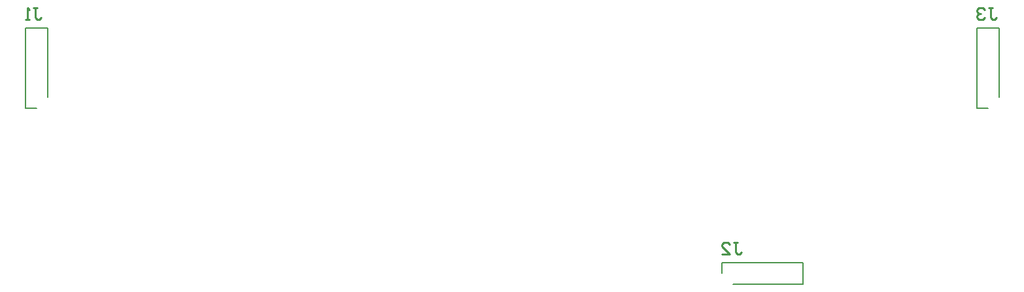
<source format=gbo>
G04*
G04 #@! TF.GenerationSoftware,Altium Limited,Altium Designer,25.2.1 (25)*
G04*
G04 Layer_Color=32896*
%FSLAX25Y25*%
%MOIN*%
G70*
G04*
G04 #@! TF.SameCoordinates,C1108634-7D56-49FF-B426-694D52BA22A1*
G04*
G04*
G04 #@! TF.FilePolarity,Positive*
G04*
G01*
G75*
%ADD10C,0.01000*%
%ADD11C,0.00787*%
D10*
X495301Y145698D02*
X497301D01*
X496301D01*
Y140700D01*
X497301Y139700D01*
X498300D01*
X499300Y140700D01*
X493302Y144698D02*
X492302Y145698D01*
X490303D01*
X489303Y144698D01*
Y143699D01*
X490303Y142699D01*
X491303D01*
X490303D01*
X489303Y141699D01*
Y140700D01*
X490303Y139700D01*
X492302D01*
X493302Y140700D01*
X365301Y25698D02*
X367301D01*
X366301D01*
Y20700D01*
X367301Y19700D01*
X368300D01*
X369300Y20700D01*
X359303Y19700D02*
X363302D01*
X359303Y23699D01*
Y24698D01*
X360303Y25698D01*
X362302D01*
X363302Y24698D01*
X8301Y145698D02*
X10301D01*
X9301D01*
Y140700D01*
X10301Y139700D01*
X11300D01*
X12300Y140700D01*
X6302Y139700D02*
X4303D01*
X5302D01*
Y145698D01*
X6302Y144698D01*
D11*
X489409Y94409D02*
X495000D01*
X489409D02*
Y135591D01*
X500591D01*
Y100000D02*
Y135591D01*
X365000Y4409D02*
X400591D01*
Y15591D01*
X359409D02*
X400591D01*
X359409Y10000D02*
Y15591D01*
X4409Y94409D02*
X10000D01*
X4409D02*
Y135591D01*
X15591D01*
Y100000D02*
Y135591D01*
M02*

</source>
